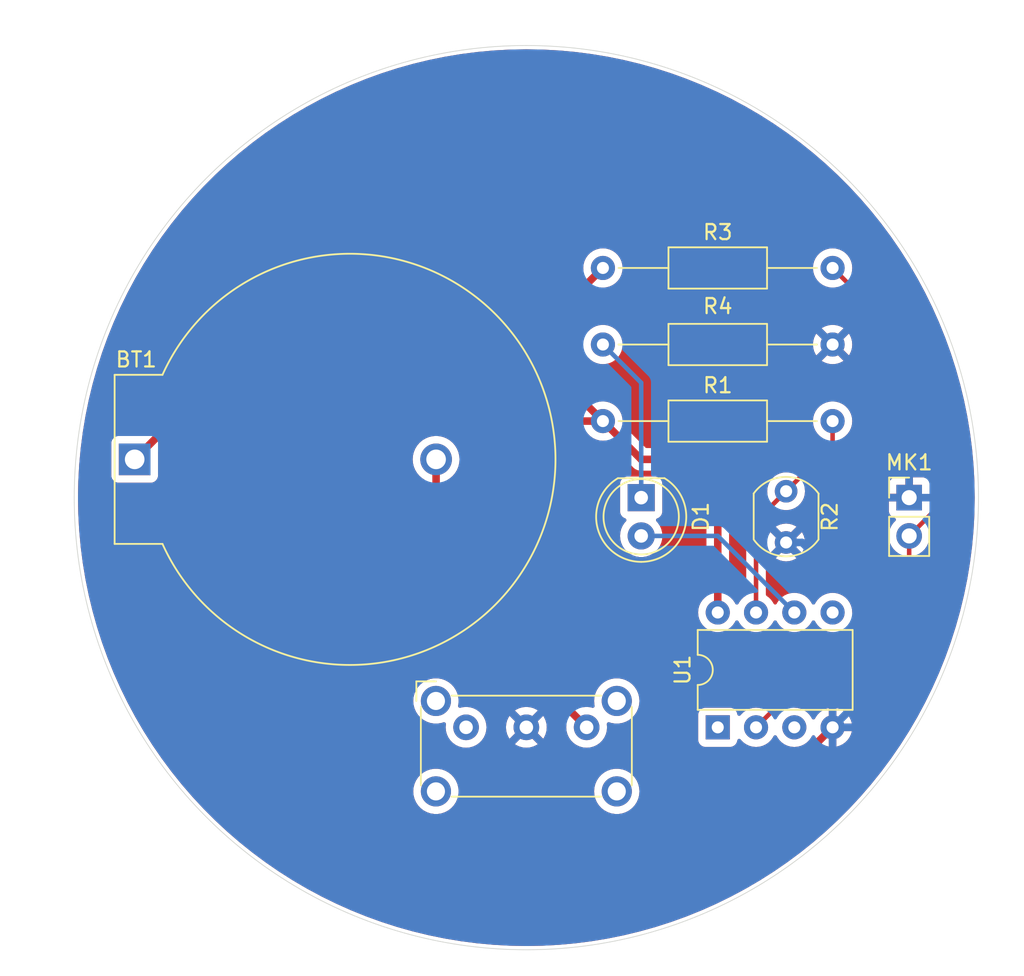
<source format=kicad_pcb>
(kicad_pcb (version 20221018) (generator pcbnew)
  (layers (0 "F.Cu" signal) (31 "B.Cu" signal) (34 "B.Paste" user) (35 "F.Paste" user) (36 "B.SilkS" user "B.Silkscreen") (37 "F.SilkS" user "F.Silkscreen") (38 "B.Mask" user) (39 "F.Mask" user) (44 "Edge.Cuts" user))
  (net 0 "")
  (net 1 "+3.3V")
  (net 2 "Net-(BT1--)")
  (net 3 "Net-(D1-K)")
  (net 4 "/LED")
  (net 5 "GND")
  (net 6 "/MIC")
  (net 7 "/LDR")
  (footprint "Battery:BatteryHolder_ComfortableElectronic_CH273-2450_1x2450" (layer "F.Cu") (at 98.470914 96.52)
    (fp_text reference "BT1" (at 0.1 -6.62) (layer "F.SilkS"))
    (fp_text value "3.3V Cell")
    (fp_line (start -1.33 -5.61) (end 1.845 -5.61) (stroke (width 0.12)) (layer "F.SilkS"))
    (fp_line (start -1.33 5.61) (end -1.33 -5.61) (stroke (width 0.12)) (layer "F.SilkS"))
    (fp_line (start 1.845 5.61) (end -1.33 5.61) (stroke (width 0.12)) (layer "F.SilkS"))
    (fp_arc (start 1.845 -5.61) (mid 27.921896 0) (end 1.845 5.61) (stroke (width 0.12)) (layer "F.SilkS"))
    (pad "1" thru_hole rect (at 0 0 270) (size 2.1 2.1) (drill 1.3) (layers "*.Cu" "*.Mask") (net 1 "+3.3V"))
    (pad "2" thru_hole circle (at 20 0 270) (size 2.1 2.1) (drill 1.3) (layers "*.Cu" "*.Mask") (net 2 "Net-(BT1--)"))
  )
  (footprint "Resistor_THT:R_Axial_DIN0207_L6.3mm_D2.5mm_P15.24mm_Horizontal" (layer "F.Cu") (at 129.54 83.82)
    (fp_text reference "R3" (at 7.62 -2.37) (layer "F.SilkS"))
    (fp_text value "5.6k")
    (fp_line (start 1.04 0) (end 4.35 0) (stroke (width 0.12)) (layer "F.SilkS"))
    (fp_line (start 4.35 -1.37) (end 4.35 1.37) (stroke (width 0.12)) (layer "F.SilkS"))
    (fp_line (start 4.35 1.37) (end 10.89 1.37) (stroke (width 0.12)) (layer "F.SilkS"))
    (fp_line (start 10.89 -1.37) (end 4.35 -1.37) (stroke (width 0.12)) (layer "F.SilkS"))
    (fp_line (start 10.89 1.37) (end 10.89 -1.37) (stroke (width 0.12)) (layer "F.SilkS"))
    (fp_line (start 14.2 0) (end 10.89 0) (stroke (width 0.12)) (layer "F.SilkS"))
    (pad "1" thru_hole circle (at 0 0) (size 1.6 1.6) (drill 0.8) (layers "*.Cu" "*.Mask") (net 1 "+3.3V"))
    (pad "2" thru_hole oval (at 15.24 0) (size 1.6 1.6) (drill 0.8) (layers "*.Cu" "*.Mask") (net 6 "/MIC"))
  )
  (footprint "Resistor_THT:R_Axial_DIN0207_L6.3mm_D2.5mm_P15.24mm_Horizontal" (layer "F.Cu") (at 144.78 88.9 180)
    (fp_text reference "R4" (at 7.62 2.54) (layer "F.SilkS"))
    (fp_text value "470R")
    (fp_line (start 1.04 0) (end 4.35 0) (stroke (width 0.12)) (layer "F.SilkS"))
    (fp_line (start 4.35 -1.37) (end 4.35 1.37) (stroke (width 0.12)) (layer "F.SilkS"))
    (fp_line (start 4.35 1.37) (end 10.89 1.37) (stroke (width 0.12)) (layer "F.SilkS"))
    (fp_line (start 10.89 -1.37) (end 4.35 -1.37) (stroke (width 0.12)) (layer "F.SilkS"))
    (fp_line (start 10.89 1.37) (end 10.89 -1.37) (stroke (width 0.12)) (layer "F.SilkS"))
    (fp_line (start 14.2 0) (end 10.89 0) (stroke (width 0.12)) (layer "F.SilkS"))
    (pad "1" thru_hole circle (at 0 0 180) (size 1.6 1.6) (drill 0.8) (layers "*.Cu" "*.Mask") (net 5 "GND"))
    (pad "2" thru_hole oval (at 15.24 0 180) (size 1.6 1.6) (drill 0.8) (layers "*.Cu" "*.Mask") (net 3 "Net-(D1-K)"))
  )
  (footprint "Package_DIP:DIP-8_W7.62mm" (layer "F.Cu") (at 137.16 114.3 90)
    (fp_text reference "U1" (at 3.81 -2.33 90) (layer "F.SilkS"))
    (fp_text value "ATtiny85V-10P")
    (fp_line (start 1.16 -1.33) (end 1.16 8.95) (stroke (width 0.12)) (layer "F.SilkS"))
    (fp_line (start 1.16 8.95) (end 6.46 8.95) (stroke (width 0.12)) (layer "F.SilkS"))
    (fp_line (start 2.81 -1.33) (end 1.16 -1.33) (stroke (width 0.12)) (layer "F.SilkS"))
    (fp_line (start 6.46 -1.33) (end 4.81 -1.33) (stroke (width 0.12)) (layer "F.SilkS"))
    (fp_line (start 6.46 8.95) (end 6.46 -1.33) (stroke (width 0.12)) (layer "F.SilkS"))
    (fp_arc (start 4.81 -1.33) (mid 3.81 -0.33) (end 2.81 -1.33) (stroke (width 0.12)) (layer "F.SilkS"))
    (pad "1" thru_hole rect (at 0 0 90) (size 1.6 1.6) (drill 0.8) (layers "*.Cu" "*.Mask"))
    (pad "2" thru_hole oval (at 0 2.54 90) (size 1.6 1.6) (drill 0.8) (layers "*.Cu" "*.Mask") (net 6 "/MIC"))
    (pad "3" thru_hole oval (at 0 5.08 90) (size 1.6 1.6) (drill 0.8) (layers "*.Cu" "*.Mask"))
    (pad "4" thru_hole oval (at 0 7.62 90) (size 1.6 1.6) (drill 0.8) (layers "*.Cu" "*.Mask") (net 5 "GND"))
    (pad "5" thru_hole oval (at 7.62 7.62 90) (size 1.6 1.6) (drill 0.8) (layers "*.Cu" "*.Mask"))
    (pad "6" thru_hole oval (at 7.62 5.08 90) (size 1.6 1.6) (drill 0.8) (layers "*.Cu" "*.Mask") (net 4 "/LED"))
    (pad "7" thru_hole oval (at 7.62 2.54 90) (size 1.6 1.6) (drill 0.8) (layers "*.Cu" "*.Mask") (net 7 "/LDR"))
    (pad "8" thru_hole oval (at 7.62 0 90) (size 1.6 1.6) (drill 0.8) (layers "*.Cu" "*.Mask") (net 1 "+3.3V"))
  )
  (footprint "OptoDevice:R_LDR_5.1x4.3mm_P3.4mm_Vertical" (layer "F.Cu") (at 141.695 98.635 -90)
    (fp_text reference "R2" (at 1.7 -2.9 90) (layer "F.SilkS"))
    (fp_text value "5mm LDR")
    (fp_line (start 0.15 -2.15) (end 3.2 -2.15) (stroke (width 0.12)) (layer "F.SilkS"))
    (fp_line (start 0.15 2.15) (end 3.2 2.15) (stroke (width 0.12)) (layer "F.SilkS"))
    (fp_arc (start 0.15 2.15) (mid -0.950438 -0.013368) (end 0.171766 -2.165525) (stroke (width 0.12)) (layer "F.SilkS"))
    (fp_arc (start 3.2 -2.15) (mid 4.321403 -0.027338) (end 3.244513 2.118249) (stroke (width 0.12)) (layer "F.SilkS"))
    (pad "1" thru_hole circle (at 0 0 270) (size 1.5 1.5) (drill 0.8) (layers "*.Cu" "*.Mask") (net 7 "/LDR"))
    (pad "2" thru_hole circle (at 3.4 0 270) (size 1.5 1.5) (drill 0.8) (layers "*.Cu" "*.Mask") (net 5 "GND"))
  )
  (footprint "Connector_PinHeader_2.54mm:PinHeader_1x02_P2.54mm_Vertical" (layer "F.Cu") (at 149.86 99.06)
    (fp_text reference "MK1" (at 0 -2.33) (layer "F.SilkS"))
    (fp_text value "Microphone_Condenser")
    (fp_line (start -1.33 -1.33) (end 0 -1.33) (stroke (width 0.12)) (layer "F.SilkS"))
    (fp_line (start -1.33 0) (end -1.33 -1.33) (stroke (width 0.12)) (layer "F.SilkS"))
    (fp_line (start -1.33 1.27) (end -1.33 3.87) (stroke (width 0.12)) (layer "F.SilkS"))
    (fp_line (start -1.33 1.27) (end 1.33 1.27) (stroke (width 0.12)) (layer "F.SilkS"))
    (fp_line (start -1.33 3.87) (end 1.33 3.87) (stroke (width 0.12)) (layer "F.SilkS"))
    (fp_line (start 1.33 1.27) (end 1.33 3.87) (stroke (width 0.12)) (layer "F.SilkS"))
    (pad "1" thru_hole rect (at 0 0) (size 1.7 1.7) (drill 1) (layers "*.Cu" "*.Mask") (net 5 "GND"))
    (pad "2" thru_hole oval (at 0 2.54) (size 1.7 1.7) (drill 1) (layers "*.Cu" "*.Mask") (net 6 "/MIC"))
  )
  (footprint "Resistor_THT:R_Axial_DIN0207_L6.3mm_D2.5mm_P15.24mm_Horizontal" (layer "F.Cu") (at 129.54 93.98)
    (fp_text reference "R1" (at 7.62 -2.37) (layer "F.SilkS"))
    (fp_text value "10k")
    (fp_line (start 1.04 0) (end 4.35 0) (stroke (width 0.12)) (layer "F.SilkS"))
    (fp_line (start 4.35 -1.37) (end 4.35 1.37) (stroke (width 0.12)) (layer "F.SilkS"))
    (fp_line (start 4.35 1.37) (end 10.89 1.37) (stroke (width 0.12)) (layer "F.SilkS"))
    (fp_line (start 10.89 -1.37) (end 4.35 -1.37) (stroke (width 0.12)) (layer "F.SilkS"))
    (fp_line (start 10.89 1.37) (end 10.89 -1.37) (stroke (width 0.12)) (layer "F.SilkS"))
    (fp_line (start 14.2 0) (end 10.89 0) (stroke (width 0.12)) (layer "F.SilkS"))
    (pad "1" thru_hole circle (at 0 0) (size 1.6 1.6) (drill 0.8) (layers "*.Cu" "*.Mask") (net 1 "+3.3V"))
    (pad "2" thru_hole oval (at 15.24 0) (size 1.6 1.6) (drill 0.8) (layers "*.Cu" "*.Mask") (net 7 "/LDR"))
  )
  (footprint "LED_THT:LED_D5.0mm" (layer "F.Cu") (at 132.08 99.06 -90)
    (fp_text reference "D1" (at 1.27 -3.96 90) (layer "F.SilkS"))
    (fp_text value "5mm Yellow LED")
    (fp_line (start -1.29 -1.545) (end -1.29 1.545) (stroke (width 0.12)) (layer "F.SilkS"))
    (fp_arc (start -1.29 -1.54483) (mid 2.072002 -2.880433) (end 4.26 0.000462) (stroke (width 0.12)) (layer "F.SilkS"))
    (fp_arc (start 4.26 -0.000462) (mid 2.072002 2.880433) (end -1.29 1.54483) (stroke (width 0.12)) (layer "F.SilkS"))
    (fp_circle (center 1.27 0) (end 3.77 0) (stroke (width 0.12)) (fill none) (layer "F.SilkS"))
    (pad "1" thru_hole rect (at 0 0 270) (size 1.8 1.8) (drill 0.9) (layers "*.Cu" "*.Mask") (net 3 "Net-(D1-K)"))
    (pad "2" thru_hole circle (at 2.54 0 270) (size 1.8 1.8) (drill 0.9) (layers "*.Cu" "*.Mask") (net 4 "/LED"))
  )
  (footprint "Button_Switch_THT:SW_E-Switch_EG1224_SPDT_Angled" (layer "F.Cu") (at 120.46 114.3)
    (fp_text reference "SW1" hide)
    (fp_text value "Slide Switch")
    (fp_line (start -3.3 -3.05) (end -2 -3.05) (stroke (width 0.12)) (layer "F.SilkS"))
    (fp_line (start -3.3 -1.75) (end -3.3 -3.05) (stroke (width 0.12)) (layer "F.SilkS"))
    (fp_line (start -3 3.85) (end -3 -1.35) (stroke (width 0.12)) (layer "F.SilkS"))
    (fp_line (start -0.95 -2.1) (end 8.95 -2.1) (stroke (width 0.12)) (layer "F.SilkS"))
    (fp_line (start 8.95 4.6) (end -0.95 4.6) (stroke (width 0.12)) (layer "F.SilkS"))
    (fp_line (start 11 -1.35) (end 11 3.85) (stroke (width 0.12)) (layer "F.SilkS"))
    (pad "" thru_hole circle (at -2 -1.75) (size 2 2) (drill 1.2) (layers "*.Cu" "*.Mask"))
    (pad "" thru_hole circle (at -2 4.25) (size 2 2) (drill 1.2) (layers "*.Cu" "*.Mask"))
    (pad "" thru_hole circle (at 10 -1.75) (size 2 2) (drill 1.2) (layers "*.Cu" "*.Mask"))
    (pad "" thru_hole circle (at 10 4.25) (size 2 2) (drill 1.2) (layers "*.Cu" "*.Mask"))
    (pad "1" thru_hole circle (at 0 0) (size 1.7 1.7) (drill 0.9) (layers "*.Cu" "*.Mask"))
    (pad "2" thru_hole circle (at 4 0) (size 1.7 1.7) (drill 0.9) (layers "*.Cu" "*.Mask") (net 5 "GND"))
    (pad "3" thru_hole circle (at 8 0) (size 1.7 1.7) (drill 0.9) (layers "*.Cu" "*.Mask") (net 2 "Net-(BT1--)"))
  )
  (gr_circle locked (center 124.46 99.06) (end 154.46 99.06) (stroke (width 0.05)) (fill none) (layer "Edge.Cuts"))
  (segment (start 134.62 96.52) (end 132.08 96.52) (width 0.5) (layer "F.Cu") (net 1))
  (segment (start 137.16 99.06) (end 134.62 96.52) (width 0.5) (layer "F.Cu") (net 1))
  (segment (start 98.470914 96.52) (end 101.010914 93.98) (width 0.5) (layer "F.Cu") (net 1))
  (segment (start 132.08 96.52) (end 129.54 93.98) (width 0.5) (layer "F.Cu") (net 1))
  (segment (start 127.635 85.725) (end 127.635 92.075) (width 0.5) (layer "F.Cu") (net 1))
  (segment (start 101.010914 93.98) (end 129.54 93.98) (width 0.5) (layer "F.Cu") (net 1))
  (segment (start 127.635 85.725) (end 129.54 83.82) (width 0.5) (layer "F.Cu") (net 1))
  (segment (start 137.16 106.68) (end 137.16 99.06) (width 0.5) (layer "F.Cu") (net 1))
  (segment (start 127.635 92.075) (end 129.54 93.98) (width 0.5) (layer "F.Cu") (net 1))
  (segment (start 118.470914 96.52) (end 118.470914 104.310914) (width 0.5) (layer "F.Cu") (net 2))
  (segment (start 118.470914 104.310914) (end 128.46 114.3) (width 0.5) (layer "F.Cu") (net 2))
  (segment (start 132.08 91.44) (end 129.54 88.9) (width 0.3) (layer "B.Cu") (net 3))
  (segment (start 132.08 99.06) (end 132.08 91.44) (width 0.3) (layer "B.Cu") (net 3))
  (segment (start 137.16 101.6) (end 132.08 101.6) (width 0.3) (layer "B.Cu") (net 4))
  (segment (start 142.24 106.68) (end 137.16 101.6) (width 0.3) (layer "B.Cu") (net 4))
  (segment (start 144.78 88.9) (end 149.86 93.98) (width 0.5) (layer "F.Cu") (net 5))
  (segment (start 144.67 99.06) (end 149.86 99.06) (width 0.5) (layer "F.Cu") (net 5))
  (segment (start 141.695 102.035) (end 144.67 99.06) (width 0.5) (layer "F.Cu") (net 5))
  (segment (start 126.365 116.205) (end 142.875 116.205) (width 0.5) (layer "F.Cu") (net 5))
  (segment (start 149.86 93.98) (end 149.86 99.06) (width 0.5) (layer "F.Cu") (net 5))
  (segment (start 124.46 114.3) (end 126.365 116.205) (width 0.5) (layer "F.Cu") (net 5))
  (segment (start 142.875 116.205) (end 144.78 114.3) (width 0.5) (layer "F.Cu") (net 5))
  (segment (start 147.32 111.76) (end 147.32 106.59934) (width 0.5) (layer "B.Cu") (net 5))
  (segment (start 142.75566 102.035) (end 141.695 102.035) (width 0.5) (layer "B.Cu") (net 5))
  (segment (start 147.32 106.59934) (end 142.75566 102.035) (width 0.5) (layer "B.Cu") (net 5))
  (segment (start 144.78 114.3) (end 147.32 111.76) (width 0.5) (layer "B.Cu") (net 5))
  (segment (start 144.78 83.82) (end 151.765 90.805) (width 0.3) (layer "F.Cu") (net 6))
  (segment (start 149.86 104.14) (end 149.86 101.6) (width 0.3) (layer "F.Cu") (net 6))
  (segment (start 151.765 99.695) (end 149.86 101.6) (width 0.3) (layer "F.Cu") (net 6))
  (segment (start 151.765 90.805) (end 151.765 99.695) (width 0.3) (layer "F.Cu") (net 6))
  (segment (start 139.7 114.3) (end 149.86 104.14) (width 0.3) (layer "F.Cu") (net 6))
  (segment (start 139.7 100.63) (end 139.7 106.68) (width 0.3) (layer "F.Cu") (net 7))
  (segment (start 141.695 98.635) (end 139.7 100.63) (width 0.3) (layer "F.Cu") (net 7))
  (segment (start 144.78 95.55) (end 144.78 93.98) (width 0.3) (layer "F.Cu") (net 7))
  (segment (start 141.695 98.635) (end 144.78 95.55) (width 0.3) (layer "F.Cu") (net 7))
  (zone (net 5) (net_name "GND") (layers "F&B.Cu") (connect_pads (clearance 0.5)) (min_thickness 0.25) (fill yes (thermal_gap 0.5) (thermal_bridge_width 0.5))
    (polygon (pts (xy 100.33 72.39) (xy 114.3 67.31) (xy 132.715 66.04) (xy 146.685 72.39) (xy 156.845 88.265) (xy 157.48 104.14) (xy 153.67 123.825) (xy 134.62 130.175) (xy 115.57 130.81) (xy 100.965 125.095) (xy 95.25 113.03) (xy 90.17 100.33) (xy 89.535 85.725)))
  )
)
</source>
